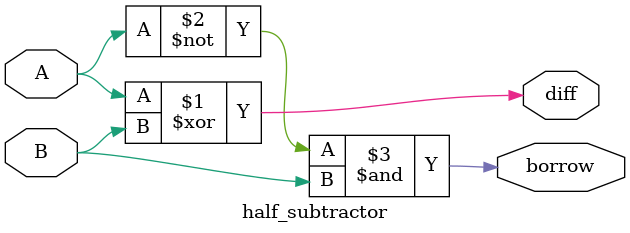
<source format=v>
module half_subtractor(A,B,diff,borrow);
    input A,B;
    output diff,borrow;
    assign diff = A^B;
    assign borrow = ~A & B;

endmodule
</source>
